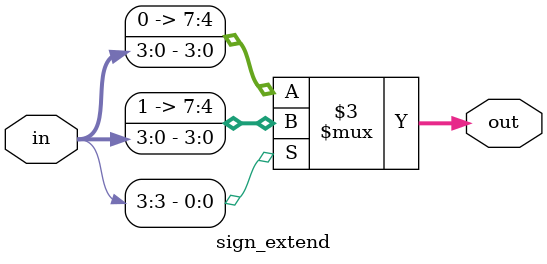
<source format=v>
module sign_extend(output reg [7:0] out, input [3:0] in);
	always @(*)
	begin
		if(in[3])
			out = {4'b1111,in}; 
		else 
			out = {4'b0000,in};
	end
endmodule 
</source>
